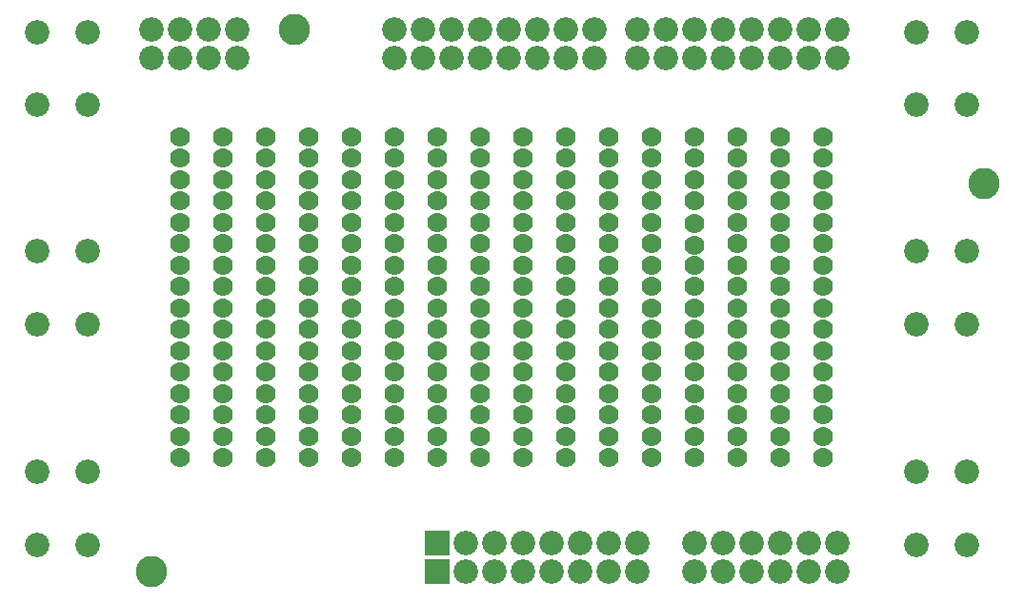
<source format=gbr>
G04 GERBER ASCII OUTPUT FROM: EDWINXP (VER. 1.61 REV. 20080315)*
G04 GERBER FORMAT: RX-274-X*
G04 BOARD: AMICUS_LED_SHIELD*
G04 ARTWORK OF COMP.MASK POSITIVE*
%ASAXBY*%
%FSLAX23Y23*%
%MIA0B0*%
%MOIN*%
%OFA0.0000B0.0000*%
%SFA1B1*%
%IJA0B0*%
%INLAYER1POS*%
%IOA0B0*%
%IPPOS*%
%IR0*%
G04 APERTURE MACROS*
%AMEDWDONUT*
1,1,$1,$2,$3*
1,0,$4,$2,$3*
%
%AMEDWFRECT*
20,1,$1,$2,$3,$4,$5,$6*
%
%AMEDWORECT*
20,1,$1,$2,$3,$4,$5,$10*
20,1,$1,$4,$5,$6,$7,$10*
20,1,$1,$6,$7,$8,$9,$10*
20,1,$1,$8,$9,$2,$3,$10*
1,1,$1,$2,$3*
1,1,$1,$4,$5*
1,1,$1,$6,$7*
1,1,$1,$8,$9*
%
%AMEDWLINER*
20,1,$1,$2,$3,$4,$5,$6*
1,1,$1,$2,$3*
1,1,$1,$4,$5*
%
%AMEDWFTRNG*
4,1,3,$1,$2,$3,$4,$5,$6,$7,$8,$9*
%
%AMEDWATRNG*
4,1,3,$1,$2,$3,$4,$5,$6,$7,$8,$9*
20,1,$11,$1,$2,$3,$4,$10*
20,1,$11,$3,$4,$5,$6,$10*
20,1,$11,$5,$6,$7,$8,$10*
1,1,$11,$3,$4*
1,1,$11,$5,$6*
1,1,$11,$7,$8*
%
%AMEDWOTRNG*
20,1,$1,$2,$3,$4,$5,$8*
20,1,$1,$4,$5,$6,$7,$8*
20,1,$1,$6,$7,$2,$3,$8*
1,1,$1,$2,$3*
1,1,$1,$4,$5*
1,1,$1,$6,$7*
%
G04*
G04 APERTURE LIST*
%ADD10R,0.0860X0.0860*%
%ADD11R,0.1100X0.1100*%
%ADD12R,0.0700X0.0700*%
%ADD13R,0.0940X0.0940*%
%ADD14R,0.06693X0.04724*%
%ADD15R,0.09093X0.07124*%
%ADD16R,0.05906X0.03937*%
%ADD17R,0.08306X0.06337*%
%ADD18R,0.0460X0.0500*%
%ADD19R,0.0700X0.0740*%
%ADD20R,0.0400X0.0440*%
%ADD21R,0.0640X0.0680*%
%ADD22R,0.0500X0.0460*%
%ADD23R,0.0740X0.0700*%
%ADD24R,0.0440X0.0400*%
%ADD25R,0.0680X0.0640*%
%ADD26R,0.0350X0.0900*%
%ADD27R,0.0590X0.1140*%
%ADD28R,0.0250X0.0800*%
%ADD29R,0.0490X0.1040*%
%ADD30C,0.00039*%
%ADD32C,0.0010*%
%ADD34C,0.00118*%
%ADD36C,0.0020*%
%ADD37R,0.0020X0.0020*%
%ADD38C,0.00295*%
%ADD39R,0.00295X0.00295*%
%ADD40C,0.0030*%
%ADD41R,0.0030X0.0030*%
%ADD42C,0.0040*%
%ADD43R,0.0040X0.0040*%
%ADD44C,0.00412*%
%ADD45R,0.00412X0.00412*%
%ADD46C,0.00468*%
%ADD47R,0.00468X0.00468*%
%ADD48C,0.00472*%
%ADD50C,0.0050*%
%ADD51R,0.0050X0.0050*%
%ADD52C,0.00512*%
%ADD53R,0.00512X0.00512*%
%ADD54C,0.00529*%
%ADD55R,0.00529X0.00529*%
%ADD56C,0.00591*%
%ADD57R,0.00591X0.00591*%
%ADD58C,0.00647*%
%ADD59R,0.00647X0.00647*%
%ADD60C,0.00659*%
%ADD61R,0.00659X0.00659*%
%ADD62C,0.00702*%
%ADD63R,0.00702X0.00702*%
%ADD64C,0.00706*%
%ADD65R,0.00706X0.00706*%
%ADD66C,0.0076*%
%ADD67R,0.0076X0.0076*%
%ADD68C,0.00787*%
%ADD69R,0.00787X0.00787*%
%ADD70C,0.00799*%
%ADD72C,0.0080*%
%ADD74C,0.00866*%
%ADD76C,0.00935*%
%ADD77R,0.00935X0.00935*%
%ADD78C,0.00984*%
%ADD79R,0.00984X0.00984*%
%ADD80C,0.00993*%
%ADD81R,0.00993X0.00993*%
%ADD82C,0.0100*%
%ADD83R,0.0100X0.0100*%
%ADD84C,0.01052*%
%ADD85R,0.01052X0.01052*%
%ADD86C,0.0111*%
%ADD87R,0.0111X0.0111*%
%ADD88C,0.01111*%
%ADD89R,0.01111X0.01111*%
%ADD90C,0.01169*%
%ADD91R,0.01169X0.01169*%
%ADD92C,0.01181*%
%ADD94C,0.0120*%
%ADD96C,0.0130*%
%ADD98C,0.01344*%
%ADD99R,0.01344X0.01344*%
%ADD100C,0.01345*%
%ADD101R,0.01345X0.01345*%
%ADD102C,0.01348*%
%ADD103R,0.01348X0.01348*%
%ADD104C,0.01403*%
%ADD105R,0.01403X0.01403*%
%ADD106C,0.01462*%
%ADD107R,0.01462X0.01462*%
%ADD108C,0.0150*%
%ADD109R,0.0150X0.0150*%
%ADD110C,0.01519*%
%ADD111R,0.01519X0.01519*%
%ADD112C,0.01575*%
%ADD114C,0.01579*%
%ADD115R,0.01579X0.01579*%
%ADD116C,0.0160*%
%ADD118C,0.01694*%
%ADD119R,0.01694X0.01694*%
%ADD120C,0.01699*%
%ADD121R,0.01699X0.01699*%
%ADD122C,0.01753*%
%ADD123R,0.01753X0.01753*%
%ADD124C,0.01754*%
%ADD125R,0.01754X0.01754*%
%ADD126C,0.0187*%
%ADD127R,0.0187X0.0187*%
%ADD128C,0.01871*%
%ADD129R,0.01871X0.01871*%
%ADD130C,0.01929*%
%ADD131R,0.01929X0.01929*%
%ADD132C,0.01969*%
%ADD133R,0.01969X0.01969*%
%ADD134C,0.02103*%
%ADD135R,0.02103X0.02103*%
%ADD136C,0.02105*%
%ADD137R,0.02105X0.02105*%
%ADD138C,0.02162*%
%ADD139R,0.02162X0.02162*%
%ADD140C,0.02163*%
%ADD141R,0.02163X0.02163*%
%ADD142C,0.02222*%
%ADD143R,0.02222X0.02222*%
%ADD144C,0.0228*%
%ADD145R,0.0228X0.0228*%
%ADD146C,0.02339*%
%ADD147R,0.02339X0.02339*%
%ADD148C,0.02362*%
%ADD149R,0.02362X0.02362*%
%ADD150C,0.0240*%
%ADD151R,0.0240X0.0240*%
%ADD152C,0.0240*%
%ADD153R,0.0240X0.0240*%
%ADD154C,0.02456*%
%ADD155R,0.02456X0.02456*%
%ADD156C,0.0250*%
%ADD157R,0.0250X0.0250*%
%ADD158C,0.02571*%
%ADD159R,0.02571X0.02571*%
%ADD160C,0.02688*%
%ADD161R,0.02688X0.02688*%
%ADD162C,0.02804*%
%ADD163R,0.02804X0.02804*%
%ADD164C,0.02868*%
%ADD165R,0.02868X0.02868*%
%ADD166C,0.0290*%
%ADD168C,0.02921*%
%ADD169R,0.02921X0.02921*%
%ADD170C,0.02991*%
%ADD171R,0.02991X0.02991*%
%ADD172C,0.0300*%
%ADD173R,0.0300X0.0300*%
%ADD174C,0.03038*%
%ADD175R,0.03038X0.03038*%
%ADD176C,0.03059*%
%ADD177R,0.03059X0.03059*%
%ADD178C,0.03102*%
%ADD179R,0.03102X0.03102*%
%ADD180C,0.03155*%
%ADD181R,0.03155X0.03155*%
%ADD182C,0.0316*%
%ADD183R,0.0316X0.0316*%
%ADD184C,0.03187*%
%ADD185R,0.03187X0.03187*%
%ADD186C,0.03199*%
%ADD187R,0.03199X0.03199*%
%ADD188C,0.0320*%
%ADD189R,0.0320X0.0320*%
%ADD190C,0.03266*%
%ADD192C,0.03272*%
%ADD193R,0.03272X0.03272*%
%ADD194C,0.0333*%
%ADD195R,0.0333X0.0333*%
%ADD196C,0.03335*%
%ADD197R,0.03335X0.03335*%
%ADD198C,0.03384*%
%ADD199R,0.03384X0.03384*%
%ADD200C,0.03391*%
%ADD201R,0.03391X0.03391*%
%ADD202C,0.03393*%
%ADD203R,0.03393X0.03393*%
%ADD204C,0.03452*%
%ADD205R,0.03452X0.03452*%
%ADD206C,0.0350*%
%ADD207R,0.0350X0.0350*%
%ADD208C,0.03506*%
%ADD209R,0.03506X0.03506*%
%ADD210C,0.0351*%
%ADD211R,0.0351X0.0351*%
%ADD212C,0.03511*%
%ADD213R,0.03511X0.03511*%
%ADD214C,0.03569*%
%ADD215R,0.03569X0.03569*%
%ADD216C,0.03581*%
%ADD218C,0.0360*%
%ADD220C,0.0370*%
%ADD222C,0.03739*%
%ADD223R,0.03739X0.03739*%
%ADD224C,0.03744*%
%ADD225R,0.03744X0.03744*%
%ADD226C,0.03745*%
%ADD227R,0.03745X0.03745*%
%ADD228C,0.03803*%
%ADD229R,0.03803X0.03803*%
%ADD230C,0.03862*%
%ADD231R,0.03862X0.03862*%
%ADD232C,0.0390*%
%ADD233R,0.0390X0.0390*%
%ADD234C,0.03919*%
%ADD235R,0.03919X0.03919*%
%ADD236C,0.03937*%
%ADD237R,0.03937X0.03937*%
%ADD238C,0.03973*%
%ADD239R,0.03973X0.03973*%
%ADD240C,0.03975*%
%ADD242C,0.03979*%
%ADD243R,0.03979X0.03979*%
%ADD244C,0.0400*%
%ADD245R,0.0400X0.0400*%
%ADD246C,0.0409*%
%ADD247R,0.0409X0.0409*%
%ADD248C,0.04094*%
%ADD249R,0.04094X0.04094*%
%ADD250C,0.04153*%
%ADD251R,0.04153X0.04153*%
%ADD252C,0.04154*%
%ADD253R,0.04154X0.04154*%
%ADD254C,0.04173*%
%ADD255R,0.04173X0.04173*%
%ADD256C,0.04209*%
%ADD257R,0.04209X0.04209*%
%ADD258C,0.0427*%
%ADD259R,0.0427X0.0427*%
%ADD260C,0.04271*%
%ADD261R,0.04271X0.04271*%
%ADD262C,0.04329*%
%ADD263R,0.04329X0.04329*%
%ADD264C,0.04385*%
%ADD265R,0.04385X0.04385*%
%ADD266C,0.0444*%
%ADD267R,0.0444X0.0444*%
%ADD268C,0.0450*%
%ADD269R,0.0450X0.0450*%
%ADD270C,0.04503*%
%ADD271R,0.04503X0.04503*%
%ADD272C,0.04505*%
%ADD273R,0.04505X0.04505*%
%ADD274C,0.04562*%
%ADD275R,0.04562X0.04562*%
%ADD276C,0.04563*%
%ADD277R,0.04563X0.04563*%
%ADD278C,0.04622*%
%ADD279R,0.04622X0.04622*%
%ADD280C,0.0468*%
%ADD281R,0.0468X0.0468*%
%ADD282C,0.0470*%
%ADD283R,0.0470X0.0470*%
%ADD284C,0.04739*%
%ADD285R,0.04739X0.04739*%
%ADD286C,0.04762*%
%ADD287R,0.04762X0.04762*%
%ADD288C,0.04856*%
%ADD289R,0.04856X0.04856*%
%ADD290C,0.0490*%
%ADD291R,0.0490X0.0490*%
%ADD292C,0.04908*%
%ADD293R,0.04908X0.04908*%
%ADD294C,0.04971*%
%ADD295R,0.04971X0.04971*%
%ADD296C,0.0500*%
%ADD297R,0.0500X0.0500*%
%ADD298C,0.05025*%
%ADD299R,0.05025X0.05025*%
%ADD300C,0.05088*%
%ADD301R,0.05088X0.05088*%
%ADD302C,0.05118*%
%ADD303R,0.05118X0.05118*%
%ADD304C,0.05141*%
%ADD305R,0.05141X0.05141*%
%ADD306C,0.05145*%
%ADD307R,0.05145X0.05145*%
%ADD308C,0.05204*%
%ADD309R,0.05204X0.05204*%
%ADD310C,0.05258*%
%ADD311R,0.05258X0.05258*%
%ADD312C,0.05321*%
%ADD313R,0.05321X0.05321*%
%ADD314C,0.05375*%
%ADD315R,0.05375X0.05375*%
%ADD316C,0.05438*%
%ADD317R,0.05438X0.05438*%
%ADD318C,0.0550*%
%ADD319R,0.0550X0.0550*%
%ADD320C,0.05555*%
%ADD321R,0.05555X0.05555*%
%ADD322C,0.0560*%
%ADD323R,0.0560X0.0560*%
%ADD324C,0.05613*%
%ADD325R,0.05613X0.05613*%
%ADD326C,0.05672*%
%ADD327R,0.05672X0.05672*%
%ADD328C,0.0570*%
%ADD329R,0.0570X0.0570*%
%ADD330C,0.05726*%
%ADD331R,0.05726X0.05726*%
%ADD332C,0.0573*%
%ADD333R,0.0573X0.0573*%
%ADD334C,0.05788*%
%ADD335R,0.05788X0.05788*%
%ADD336C,0.05791*%
%ADD337R,0.05791X0.05791*%
%ADD338C,0.05846*%
%ADD339R,0.05846X0.05846*%
%ADD340C,0.0590*%
%ADD341R,0.0590X0.0590*%
%ADD342C,0.05905*%
%ADD343R,0.05905X0.05905*%
%ADD344C,0.05906*%
%ADD345R,0.05906X0.05906*%
%ADD346C,0.0600*%
%ADD347R,0.0600X0.0600*%
%ADD348C,0.06139*%
%ADD349R,0.06139X0.06139*%
%ADD350C,0.0620*%
%ADD351R,0.0620X0.0620*%
%ADD352C,0.06201*%
%ADD353R,0.06201X0.06201*%
%ADD354C,0.06373*%
%ADD355R,0.06373X0.06373*%
%ADD356C,0.06485*%
%ADD357R,0.06485X0.06485*%
%ADD358C,0.0649*%
%ADD359R,0.0649X0.0649*%
%ADD360C,0.0650*%
%ADD361R,0.0650X0.0650*%
%ADD362C,0.06609*%
%ADD363R,0.06609X0.06609*%
%ADD364C,0.06693*%
%ADD365R,0.06693X0.06693*%
%ADD366C,0.06785*%
%ADD367R,0.06785X0.06785*%
%ADD368C,0.0684*%
%ADD369R,0.0684X0.0684*%
%ADD370C,0.0690*%
%ADD371R,0.0690X0.0690*%
%ADD372C,0.06906*%
%ADD373R,0.06906X0.06906*%
%ADD374C,0.06953*%
%ADD375R,0.06953X0.06953*%
%ADD376C,0.0700*%
%ADD377R,0.0700X0.0700*%
%ADD378C,0.0710*%
%ADD379R,0.0710X0.0710*%
%ADD380C,0.07308*%
%ADD381R,0.07308X0.07308*%
%ADD382C,0.0740*%
%ADD383R,0.0740X0.0740*%
%ADD384C,0.07425*%
%ADD385R,0.07425X0.07425*%
%ADD386C,0.0750*%
%ADD387R,0.0750X0.0750*%
%ADD388C,0.07541*%
%ADD389R,0.07541X0.07541*%
%ADD390C,0.07545*%
%ADD391R,0.07545X0.07545*%
%ADD392C,0.07598*%
%ADD394C,0.0760*%
%ADD396C,0.07658*%
%ADD397R,0.07658X0.07658*%
%ADD398C,0.07775*%
%ADD399R,0.07775X0.07775*%
%ADD400C,0.07874*%
%ADD402C,0.0790*%
%ADD403R,0.0790X0.0790*%
%ADD404C,0.0800*%
%ADD405R,0.0800X0.0800*%
%ADD406C,0.08013*%
%ADD407R,0.08013X0.08013*%
%ADD408C,0.0810*%
%ADD409R,0.0810X0.0810*%
%ADD410C,0.08126*%
%ADD411R,0.08126X0.08126*%
%ADD412C,0.08188*%
%ADD413R,0.08188X0.08188*%
%ADD414C,0.08246*%
%ADD415R,0.08246X0.08246*%
%ADD416C,0.08296*%
%ADD417R,0.08296X0.08296*%
%ADD418C,0.08305*%
%ADD419R,0.08305X0.08305*%
%ADD420C,0.08306*%
%ADD421R,0.08306X0.08306*%
%ADD422C,0.0840*%
%ADD423R,0.0840X0.0840*%
%ADD424C,0.08598*%
%ADD426C,0.0860*%
%ADD427R,0.0860X0.0860*%
%ADD428C,0.08601*%
%ADD429R,0.08601X0.08601*%
%ADD430C,0.0870*%
%ADD431R,0.0870X0.0870*%
%ADD432C,0.08828*%
%ADD433R,0.08828X0.08828*%
%ADD434C,0.08885*%
%ADD435R,0.08885X0.08885*%
%ADD436C,0.0890*%
%ADD437R,0.0890X0.0890*%
%ADD438C,0.0900*%
%ADD439R,0.0900X0.0900*%
%ADD440C,0.09062*%
%ADD441R,0.09062X0.09062*%
%ADD442C,0.09093*%
%ADD443R,0.09093X0.09093*%
%ADD444C,0.09237*%
%ADD445R,0.09237X0.09237*%
%ADD446C,0.09353*%
%ADD447R,0.09353X0.09353*%
%ADD448C,0.0940*%
%ADD449R,0.0940X0.0940*%
%ADD450C,0.0970*%
%ADD451R,0.0970X0.0970*%
%ADD452C,0.09705*%
%ADD453R,0.09705X0.09705*%
%ADD454C,0.09843*%
%ADD455R,0.09843X0.09843*%
%ADD456C,0.0990*%
%ADD457R,0.0990X0.0990*%
%ADD458C,0.09998*%
%ADD460C,0.1000*%
%ADD461R,0.1000X0.1000*%
%ADD462C,0.10274*%
%ADD464C,0.1040*%
%ADD465R,0.1040X0.1040*%
%ADD466C,0.10465*%
%ADD467R,0.10465X0.10465*%
%ADD468C,0.10696*%
%ADD469R,0.10696X0.10696*%
%ADD470C,0.10998*%
%ADD472C,0.1100*%
%ADD473R,0.1100X0.1100*%
%ADD474C,0.1110*%
%ADD475R,0.1110X0.1110*%
%ADD476C,0.1120*%
%ADD477R,0.1120X0.1120*%
%ADD478C,0.11228*%
%ADD479R,0.11228X0.11228*%
%ADD480C,0.1140*%
%ADD481R,0.1140X0.1140*%
%ADD482C,0.11462*%
%ADD483R,0.11462X0.11462*%
%ADD484C,0.1150*%
%ADD485R,0.1150X0.1150*%
%ADD486C,0.11637*%
%ADD487R,0.11637X0.11637*%
%ADD488C,0.1200*%
%ADD489R,0.1200X0.1200*%
%ADD490C,0.1210*%
%ADD491R,0.1210X0.1210*%
%ADD492C,0.12105*%
%ADD493R,0.12105X0.12105*%
%ADD494C,0.1240*%
%ADD495R,0.1240X0.1240*%
%ADD496C,0.1250*%
%ADD497R,0.1250X0.1250*%
%ADD498C,0.12865*%
%ADD499R,0.12865X0.12865*%
%ADD500C,0.12992*%
%ADD501R,0.12992X0.12992*%
%ADD502C,0.1300*%
%ADD503R,0.1300X0.1300*%
%ADD504C,0.13204*%
%ADD505R,0.13204X0.13204*%
%ADD506C,0.1340*%
%ADD507R,0.1340X0.1340*%
%ADD508C,0.13798*%
%ADD509R,0.13798X0.13798*%
%ADD510C,0.1390*%
%ADD511R,0.1390X0.1390*%
%ADD512C,0.1420*%
%ADD513R,0.1420X0.1420*%
%ADD514C,0.1440*%
%ADD515R,0.1440X0.1440*%
%ADD516C,0.1490*%
%ADD517R,0.1490X0.1490*%
%ADD518C,0.1520*%
%ADD519R,0.1520X0.1520*%
%ADD520C,0.15374*%
%ADD521R,0.15374X0.15374*%
%ADD522C,0.1540*%
%ADD523R,0.1540X0.1540*%
%ADD524C,0.15604*%
%ADD525R,0.15604X0.15604*%
%ADD526C,0.16198*%
%ADD527R,0.16198X0.16198*%
%ADD528C,0.1660*%
%ADD529R,0.1660X0.1660*%
%ADD530C,0.17323*%
%ADD532C,0.1760*%
%ADD533R,0.1760X0.1760*%
%ADD534C,0.17774*%
%ADD535R,0.17774X0.17774*%
%ADD536C,0.18504*%
%ADD538C,0.18898*%
%ADD540C,0.20904*%
%ADD542C,0.2126*%
%ADD544C,0.21298*%
%ADD546C,0.22217*%
%ADD547R,0.22217X0.22217*%
%ADD548C,0.22835*%
%ADD551R,0.23622X0.23622*%
%ADD553R,0.24617X0.24617*%
%ADD555R,0.24937X0.24937*%
%ADD557R,0.25257X0.25257*%
%ADD559R,0.26022X0.26022*%
%ADD561R,0.27337X0.27337*%
%ADD563R,0.27657X0.27657*%
%ADD565R,0.31496X0.31496*%
%ADD567R,0.32811X0.32811*%
%ADD569R,0.33266X0.33266*%
%ADD571R,0.33896X0.33896*%
%ADD573R,0.35211X0.35211*%
%ADD575R,0.35666X0.35666*%
%ADD577R,0.36574X0.36574*%
%ADD579R,0.38974X0.38974*%
%ADD581R,1.90361X1.90361*%
%ADD583R,1.92761X1.92761*%
G04*
D376*
X1113Y575D02*D03*
X1113Y501D02*D03*
X1113Y725D02*D03*
X1113Y651D02*D03*
X1113Y875D02*D03*
X1113Y801D02*D03*
X1113Y1025D02*D03*
X1113Y951D02*D03*
X1113Y1175D02*D03*
X1113Y1101D02*D03*
D426*
X2263Y2000D02*D03*
X2363Y2000D02*D03*
X2463Y2000D02*D03*
X2563Y2000D02*D03*
X2663Y2000D02*D03*
X2763Y2000D02*D03*
X2863Y2000D02*D03*
X2963Y2000D02*D03*
X1763Y100D02*D03*
X1863Y100D02*D03*
X1963Y100D02*D03*
X2063Y100D02*D03*
X2163Y100D02*D03*
X2263Y100D02*D03*
X1413Y2000D02*D03*
X1513Y2000D02*D03*
X1613Y2000D02*D03*
X1713Y2000D02*D03*
X1813Y2000D02*D03*
X1913Y2000D02*D03*
X2013Y2000D02*D03*
X2113Y2000D02*D03*
X2463Y100D02*D03*
X2563Y100D02*D03*
X2663Y100D02*D03*
X2763Y100D02*D03*
X2863Y100D02*D03*
X2963Y100D02*D03*
D10* 
X1563Y200D02*D03*
D426*
X1663Y200D02*D03*
X1763Y200D02*D03*
X1863Y200D02*D03*
X1963Y200D02*D03*
X2063Y200D02*D03*
X2163Y200D02*D03*
X2263Y200D02*D03*
X563Y1900D02*D03*
X663Y1900D02*D03*
X763Y1900D02*D03*
X863Y1900D02*D03*
X2463Y200D02*D03*
X2563Y200D02*D03*
X2663Y200D02*D03*
X2763Y200D02*D03*
X2863Y200D02*D03*
X2963Y200D02*D03*
X1413Y1900D02*D03*
X1513Y1900D02*D03*
X1613Y1900D02*D03*
X1713Y1900D02*D03*
X1813Y1900D02*D03*
X1913Y1900D02*D03*
X2013Y1900D02*D03*
X2113Y1900D02*D03*
X2263Y1900D02*D03*
X2363Y1900D02*D03*
X2463Y1900D02*D03*
X2563Y1900D02*D03*
X2663Y1900D02*D03*
X2763Y1900D02*D03*
X2863Y1900D02*D03*
X2963Y1900D02*D03*
D376*
X1113Y1625D02*D03*
X1113Y1551D02*D03*
X1263Y575D02*D03*
X1263Y501D02*D03*
X1263Y725D02*D03*
X1263Y651D02*D03*
X1263Y875D02*D03*
X1263Y801D02*D03*
X1263Y1025D02*D03*
X1263Y951D02*D03*
X1263Y1175D02*D03*
X1263Y1101D02*D03*
X963Y575D02*D03*
X963Y501D02*D03*
X963Y725D02*D03*
X963Y651D02*D03*
X963Y875D02*D03*
X963Y801D02*D03*
X963Y1025D02*D03*
X963Y951D02*D03*
X963Y1175D02*D03*
X963Y1101D02*D03*
X963Y1325D02*D03*
X963Y1251D02*D03*
X963Y1475D02*D03*
X963Y1401D02*D03*
X963Y1625D02*D03*
X963Y1551D02*D03*
D424*
X338Y1993D02*D03*
X160Y1993D02*D03*
X160Y1738D02*D03*
X338Y1738D02*D03*
D376*
X1563Y875D02*D03*
X1563Y801D02*D03*
X1563Y1025D02*D03*
X1563Y951D02*D03*
X1563Y1175D02*D03*
X1563Y1101D02*D03*
X1563Y1325D02*D03*
X1563Y1251D02*D03*
X1563Y1475D02*D03*
X1563Y1401D02*D03*
X1563Y1625D02*D03*
X1563Y1551D02*D03*
X1413Y575D02*D03*
X1413Y501D02*D03*
X1413Y725D02*D03*
X1413Y651D02*D03*
X1413Y875D02*D03*
X1413Y801D02*D03*
X1263Y1325D02*D03*
X1263Y1251D02*D03*
X1263Y1475D02*D03*
X1263Y1401D02*D03*
X1263Y1625D02*D03*
X1263Y1551D02*D03*
X1113Y1325D02*D03*
X1113Y1251D02*D03*
X1113Y1475D02*D03*
X1113Y1401D02*D03*
D426*
X563Y2000D02*D03*
X663Y2000D02*D03*
X763Y2000D02*D03*
X863Y2000D02*D03*
D376*
X1713Y1625D02*D03*
X1713Y1551D02*D03*
X1863Y575D02*D03*
X1863Y501D02*D03*
X1863Y725D02*D03*
X1863Y651D02*D03*
X1863Y875D02*D03*
X1863Y801D02*D03*
X1863Y1025D02*D03*
X1863Y951D02*D03*
X1863Y1175D02*D03*
X1863Y1101D02*D03*
X1863Y1325D02*D03*
X1863Y1251D02*D03*
X1863Y1475D02*D03*
X1863Y1401D02*D03*
X1863Y1625D02*D03*
X1863Y1551D02*D03*
X1413Y1025D02*D03*
X1413Y951D02*D03*
X1413Y1175D02*D03*
X1413Y1101D02*D03*
X1413Y1325D02*D03*
X1413Y1251D02*D03*
X1413Y1475D02*D03*
X1413Y1401D02*D03*
X1413Y1625D02*D03*
X1413Y1551D02*D03*
X1563Y575D02*D03*
X1563Y501D02*D03*
X1563Y725D02*D03*
X1563Y651D02*D03*
X2013Y1625D02*D03*
X2013Y1551D02*D03*
X2163Y575D02*D03*
X2163Y501D02*D03*
X2163Y725D02*D03*
X2163Y651D02*D03*
X2163Y875D02*D03*
X2163Y801D02*D03*
X2163Y1025D02*D03*
X2163Y951D02*D03*
X2163Y1175D02*D03*
X2163Y1101D02*D03*
X2163Y1325D02*D03*
X2163Y1251D02*D03*
X2163Y1475D02*D03*
X2163Y1401D02*D03*
X2163Y1625D02*D03*
X2163Y1551D02*D03*
X1713Y575D02*D03*
X1713Y501D02*D03*
X1713Y725D02*D03*
X1713Y651D02*D03*
X1713Y875D02*D03*
X1713Y801D02*D03*
X1713Y1025D02*D03*
X1713Y951D02*D03*
X1713Y1175D02*D03*
X1713Y1101D02*D03*
X1713Y1325D02*D03*
X1713Y1251D02*D03*
X1713Y1475D02*D03*
X1713Y1401D02*D03*
X2313Y1625D02*D03*
X2313Y1551D02*D03*
X2463Y575D02*D03*
X2463Y501D02*D03*
X2463Y725D02*D03*
X2463Y651D02*D03*
X2463Y875D02*D03*
X2463Y801D02*D03*
X2463Y1025D02*D03*
X2463Y951D02*D03*
X2463Y1175D02*D03*
X2463Y1101D02*D03*
X2461Y1320D02*D03*
X2461Y1246D02*D03*
X2463Y1475D02*D03*
X2463Y1401D02*D03*
X2463Y1625D02*D03*
X2463Y1551D02*D03*
X2013Y575D02*D03*
X2013Y501D02*D03*
X2013Y725D02*D03*
X2013Y651D02*D03*
X2013Y875D02*D03*
X2013Y801D02*D03*
X2013Y1025D02*D03*
X2013Y951D02*D03*
X2013Y1175D02*D03*
X2013Y1101D02*D03*
X2013Y1325D02*D03*
X2013Y1251D02*D03*
X2013Y1475D02*D03*
X2013Y1401D02*D03*
X2613Y1625D02*D03*
X2613Y1551D02*D03*
X2763Y575D02*D03*
X2763Y501D02*D03*
X2763Y725D02*D03*
X2763Y651D02*D03*
X2763Y875D02*D03*
X2763Y801D02*D03*
X2763Y1025D02*D03*
X2763Y951D02*D03*
X2763Y1175D02*D03*
X2763Y1101D02*D03*
X2763Y1325D02*D03*
X2763Y1251D02*D03*
X2763Y1475D02*D03*
X2763Y1401D02*D03*
X2763Y1625D02*D03*
X2763Y1551D02*D03*
X2313Y575D02*D03*
X2313Y501D02*D03*
X2313Y725D02*D03*
X2313Y651D02*D03*
X2313Y875D02*D03*
X2313Y801D02*D03*
X2313Y1025D02*D03*
X2313Y951D02*D03*
X2313Y1175D02*D03*
X2313Y1101D02*D03*
X2313Y1325D02*D03*
X2313Y1251D02*D03*
X2313Y1475D02*D03*
X2313Y1401D02*D03*
X2913Y1625D02*D03*
X2913Y1551D02*D03*
X813Y575D02*D03*
X813Y501D02*D03*
X813Y725D02*D03*
X813Y651D02*D03*
X813Y875D02*D03*
X813Y801D02*D03*
X813Y1025D02*D03*
X813Y951D02*D03*
X813Y1175D02*D03*
X813Y1101D02*D03*
X813Y1325D02*D03*
X813Y1251D02*D03*
X813Y1475D02*D03*
X813Y1401D02*D03*
X813Y1625D02*D03*
X813Y1551D02*D03*
X2613Y575D02*D03*
X2613Y501D02*D03*
X2613Y725D02*D03*
X2613Y651D02*D03*
X2613Y875D02*D03*
X2613Y801D02*D03*
X2613Y1025D02*D03*
X2613Y951D02*D03*
X2613Y1175D02*D03*
X2613Y1101D02*D03*
X2613Y1325D02*D03*
X2613Y1251D02*D03*
X2613Y1475D02*D03*
X2613Y1401D02*D03*
D424*
X338Y1225D02*D03*
X160Y1225D02*D03*
X160Y969D02*D03*
X338Y969D02*D03*
D376*
X663Y575D02*D03*
X663Y501D02*D03*
X663Y725D02*D03*
X663Y651D02*D03*
X663Y875D02*D03*
X663Y801D02*D03*
X663Y1025D02*D03*
X663Y951D02*D03*
X663Y1175D02*D03*
X663Y1101D02*D03*
X663Y1325D02*D03*
X663Y1251D02*D03*
X663Y1475D02*D03*
X663Y1401D02*D03*
X663Y1625D02*D03*
X663Y1551D02*D03*
X2913Y575D02*D03*
X2913Y501D02*D03*
X2913Y725D02*D03*
X2913Y651D02*D03*
X2913Y875D02*D03*
X2913Y801D02*D03*
X2913Y1025D02*D03*
X2913Y951D02*D03*
X2913Y1175D02*D03*
X2913Y1101D02*D03*
X2913Y1325D02*D03*
X2913Y1251D02*D03*
X2913Y1475D02*D03*
X2913Y1401D02*D03*
D10* 
X1563Y100D02*D03*
D426*
X1663Y100D02*D03*
D472*
X563Y100D02*D03*
X1063Y2000D02*D03*
D424*
X3238Y1738D02*D03*
X3415Y1738D02*D03*
X3415Y1993D02*D03*
X3238Y1993D02*D03*
X3238Y969D02*D03*
X3415Y969D02*D03*
X3415Y1225D02*D03*
X3238Y1225D02*D03*
X3238Y194D02*D03*
X3415Y194D02*D03*
X3415Y450D02*D03*
X3238Y450D02*D03*
X338Y450D02*D03*
X160Y450D02*D03*
X160Y194D02*D03*
X338Y194D02*D03*
D472*
X3475Y1463D02*D03*
M02*

</source>
